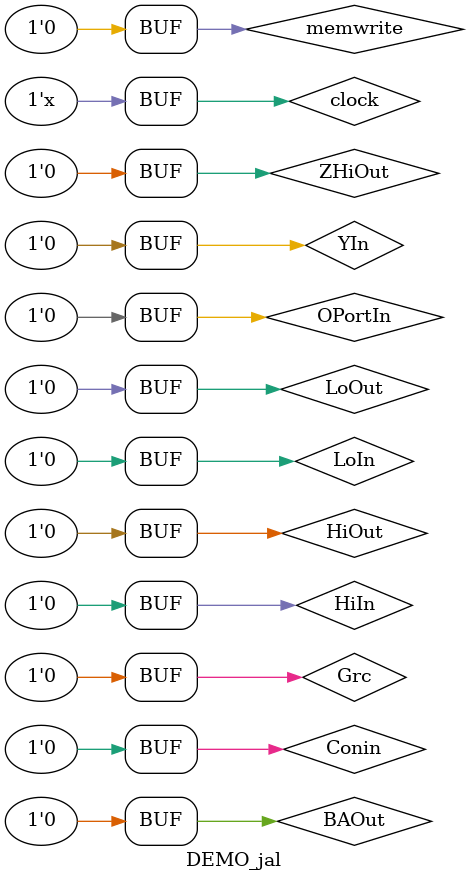
<source format=v>
`timescale 1ns/10ps
module DEMO_jal();

reg clock, clear;
reg [3:0] present_state;

reg HiIn, LoIn, ZIn, PCIn, MDRIn, MARIn, YIn, OPortIn, IRIn;
initial {HiIn, LoIn, ZIn, PCIn, MDRIn, MARIn, YIn, OPortIn, IRIn} = 0;
reg HiOut, LoOut, ZHiOut, ZLoOut, PCOut, MDROut, IPortOut, COut;
initial {HiOut, LoOut, ZHiOut, ZLoOut, PCOut, MDROut, IPortOut, COut} = 0;

reg [31:0] IPortInput = 0;

reg Gra, Grb, Grc, RIn, ROut, BAOut;
initial {Gra, Grb, Grc, RIn, ROut, BAOut} = 0;

reg Conin = 0;
wire ConOut;

reg memread = 0, memwrite = 0;
reg [4:0] ALUCode = 0;
reg initMem = 0;

DataPath dp(
	clock, clear, 
	HiIn, LoIn, ZIn, PCIn, MDRIn, MARIn, YIn, OPortIn, IRIn,
	HiOut, LoOut, ZHiOut, ZLoOut, PCOut, MDROut, IPortOut, COut,
	IPortInput,
	Gra, Grb, Grc, RIn, ROut, BAOut,
	Conin, ConOut,
	memread, memwrite, 
	ALUCode,
	initMem
);


//states and clock control:
parameter init1 = 4'd1, init2 = 4'd2, init3 = 4'd3, T0 = 4'd4, T1 = 4'd5, T2 = 4'd6, T3 = 4'd7, T4 = 4'd8, T5 = 4'd9, T6 = 4'd10, T7 = 4'd11;//can add more states here
initial begin clock = 0; present_state = 4'd0; end
always #10 clock = ~clock;
always @ (negedge clock) present_state = present_state + 1;



always @(present_state) begin
	case(present_state)
		init1: begin //Preload Register with value
			initMem = 1;
			IPortInput = 32'bxxxxx_0101_xxxx_0000000000001000000;//32'bxxxxx_register_xxxx_value
			IPortOut = 1;
			IRIn = 1;
			#15 IRIn = 0; IPortOut = 0; initMem = 0;
		end
		init2: begin
			Gra = 1;
			RIn = 1;
			COut = 1;
			#15 Gra = 0; RIn = 0; COut = 0;
		end
		init3: begin
			PCIn = 1;
			IPortInput = 32'd352;//preload PC with instruction memory location
			IPortOut = 1;
			#15 PCIn = 0; IPortOut = 0;
		end
		T0: begin
			PCOut = 1; MARIn = 1; ALUCode = 5'b11111; ZIn = 1;
			#15 PCOut = 0; MARIn = 0; ALUCode = 5'b0; ZIn = 0;
		end
		T1: begin
			ZLoOut = 1; PCIn = 1; memread = 1; MDRIn = 1;
			#15 ZLoOut = 0; PCIn = 0; memread = 0; MDRIn = 0;
		end
		T2: begin
			MDROut = 1; IRIn = 1;
			#15 MDROut = 0; IRIn = 0;
		end
		T3: begin
			Grb = 1; RIn = 1; PCOut = 1;
			#15 Grb = 0; RIn = 0; PCOut = 0;
		end
		T4: begin
			Gra = 1; ROut = 1; PCIn = 1;
			#15 Gra = 0; ROut = 0; PCIn = 0;
		end
		T5: begin

		end
		T6: begin

		end
		T7: begin

		end
	endcase
end
endmodule 
</source>
